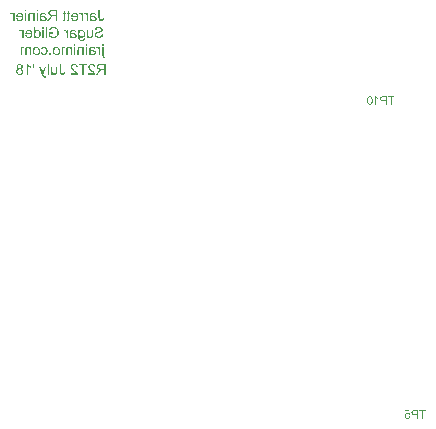
<source format=gbo>
%FSLAX33Y33*%
%MOMM*%
%LNbottom silkscreen_traces*%
%LNbottom silkscreen component 0ee08989bcddf7ff*%
G36*
G01*
X34616Y30096D02*
X34616Y30727D01*
X34852Y30727D01*
X34852Y30812D01*
X34284Y30812D01*
X34284Y30727D01*
X34521Y30727D01*
X34521Y30096D01*
X34616Y30096D01*
X34616Y30096D01*
X34187Y30096D02*
X34187Y30812D01*
X33917Y30812D01*
X33883Y30811D01*
X33854Y30810D01*
X33829Y30808D01*
X33808Y30805D01*
X33783Y30799D01*
X33760Y30792D01*
X33739Y30783D01*
X33720Y30771D01*
X33703Y30758D01*
X33688Y30742D01*
X33674Y30723D01*
X33662Y30702D01*
X33653Y30679D01*
X33646Y30656D01*
X33642Y30631D01*
X33641Y30605D01*
X33644Y30561D01*
X33655Y30520D01*
X33673Y30483D01*
X33699Y30450D01*
X33734Y30422D01*
X33780Y30403D01*
X33839Y30391D01*
X33860Y30389D01*
X33865Y30473D01*
X33829Y30480D01*
X33799Y30490D01*
X33777Y30505D01*
X33760Y30524D01*
X33748Y30547D01*
X33741Y30572D01*
X33738Y30602D01*
X33740Y30623D01*
X33744Y30643D01*
X33751Y30662D01*
X33761Y30678D01*
X33773Y30693D01*
X33787Y30705D01*
X33803Y30714D01*
X33821Y30721D01*
X33835Y30723D01*
X33855Y30725D01*
X33880Y30727D01*
X33909Y30727D01*
X34092Y30727D01*
X34092Y30471D01*
X34092Y30471D01*
X33907Y30471D01*
X33865Y30473D01*
X33860Y30389D01*
X33909Y30387D01*
X34092Y30387D01*
X34092Y30096D01*
X34187Y30096D01*
X34187Y30096D01*
X33225Y30096D02*
X33313Y30096D01*
X33313Y30656D01*
X33330Y30641D01*
X33349Y30625D01*
X33371Y30610D01*
X33396Y30595D01*
X33421Y30581D01*
X33445Y30569D01*
X33467Y30558D01*
X33488Y30550D01*
X33488Y30635D01*
X33453Y30653D01*
X33419Y30673D01*
X33388Y30695D01*
X33359Y30719D01*
X33334Y30743D01*
X33312Y30767D01*
X33295Y30791D01*
X33281Y30814D01*
X33225Y30814D01*
X33225Y30096D01*
X33225Y30096D01*
X33000Y30449D02*
X32998Y30509D01*
X32993Y30563D01*
X32985Y30611D01*
X32973Y30653D01*
X32959Y30690D01*
X32941Y30722D01*
X32920Y30749D01*
X32896Y30772D01*
X32868Y30791D01*
X32838Y30804D01*
X32804Y30812D01*
X32766Y30814D01*
X32738Y30813D01*
X32712Y30809D01*
X32688Y30801D01*
X32665Y30791D01*
X32644Y30778D01*
X32625Y30763D01*
X32608Y30745D01*
X32593Y30724D01*
X32580Y30701D01*
X32568Y30676D01*
X32558Y30648D01*
X32549Y30618D01*
X32542Y30584D01*
X32537Y30544D01*
X32534Y30499D01*
X32533Y30449D01*
X32534Y30389D01*
X32539Y30335D01*
X32547Y30287D01*
X32559Y30245D01*
X32573Y30209D01*
X32591Y30177D01*
X32612Y30149D01*
X32636Y30126D01*
X32663Y30107D01*
X32694Y30094D01*
X32728Y30086D01*
X32766Y30084D01*
X32773Y30084D01*
X32766Y30156D01*
X32737Y30159D01*
X32710Y30170D01*
X32686Y30189D01*
X32664Y30214D01*
X32646Y30251D01*
X32633Y30302D01*
X32626Y30368D01*
X32623Y30449D01*
X32626Y30530D01*
X32633Y30596D01*
X32646Y30647D01*
X32664Y30684D01*
X32686Y30709D01*
X32711Y30727D01*
X32738Y30738D01*
X32767Y30742D01*
X32796Y30739D01*
X32822Y30729D01*
X32844Y30713D01*
X32864Y30690D01*
X32884Y30651D01*
X32898Y30597D01*
X32906Y30530D01*
X32909Y30449D01*
X32909Y30449D01*
X32907Y30368D01*
X32899Y30302D01*
X32886Y30251D01*
X32868Y30214D01*
X32846Y30189D01*
X32822Y30170D01*
X32795Y30159D01*
X32766Y30156D01*
X32773Y30084D01*
X32815Y30088D01*
X32859Y30102D01*
X32896Y30125D01*
X32929Y30158D01*
X32960Y30209D01*
X32982Y30275D01*
X32995Y30355D01*
X33000Y30449D01*
X33000Y30449D01*
G37*
%LNbottom silkscreen component c8d90169438ddb06*%
G36*
X37266Y3510D02*
X37266Y4142D01*
X37502Y4142D01*
X37502Y4226D01*
X36934Y4226D01*
X36934Y4142D01*
X37171Y4142D01*
X37171Y3510D01*
X37266Y3510D01*
X37266Y3510D01*
X36837Y3510D02*
X36837Y4226D01*
X36567Y4226D01*
X36533Y4226D01*
X36504Y4224D01*
X36479Y4222D01*
X36458Y4219D01*
X36433Y4214D01*
X36410Y4207D01*
X36389Y4197D01*
X36370Y4186D01*
X36353Y4172D01*
X36338Y4156D01*
X36324Y4138D01*
X36312Y4117D01*
X36303Y4094D01*
X36296Y4070D01*
X36292Y4045D01*
X36291Y4019D01*
X36294Y3975D01*
X36305Y3935D01*
X36323Y3898D01*
X36349Y3865D01*
X36384Y3837D01*
X36430Y3817D01*
X36489Y3805D01*
X36510Y3804D01*
X36515Y3888D01*
X36479Y3894D01*
X36449Y3905D01*
X36427Y3920D01*
X36410Y3939D01*
X36398Y3961D01*
X36391Y3987D01*
X36388Y4016D01*
X36390Y4038D01*
X36394Y4058D01*
X36401Y4076D01*
X36411Y4093D01*
X36423Y4108D01*
X36437Y4120D01*
X36453Y4129D01*
X36471Y4135D01*
X36485Y4138D01*
X36505Y4140D01*
X36530Y4141D01*
X36559Y4142D01*
X36742Y4142D01*
X36742Y3886D01*
X36742Y3886D01*
X36557Y3886D01*
X36515Y3888D01*
X36510Y3804D01*
X36559Y3801D01*
X36742Y3801D01*
X36742Y3510D01*
X36837Y3510D01*
X36837Y3510D01*
X36206Y3698D02*
X36113Y3706D01*
X36107Y3674D01*
X36096Y3647D01*
X36083Y3623D01*
X36066Y3604D01*
X36046Y3590D01*
X36025Y3579D01*
X36001Y3573D01*
X35976Y3570D01*
X35945Y3573D01*
X35917Y3582D01*
X35891Y3597D01*
X35868Y3618D01*
X35849Y3644D01*
X35835Y3674D01*
X35827Y3708D01*
X35824Y3745D01*
X35827Y3781D01*
X35835Y3812D01*
X35848Y3840D01*
X35867Y3864D01*
X35889Y3883D01*
X35915Y3896D01*
X35945Y3905D01*
X35977Y3907D01*
X35998Y3906D01*
X36018Y3903D01*
X36036Y3896D01*
X36054Y3888D01*
X36070Y3878D01*
X36084Y3866D01*
X36097Y3853D01*
X36108Y3838D01*
X36190Y3849D01*
X36121Y4216D01*
X35765Y4216D01*
X35765Y4132D01*
X36050Y4132D01*
X36089Y3940D01*
X36056Y3960D01*
X36023Y3974D01*
X35989Y3982D01*
X35954Y3985D01*
X35909Y3981D01*
X35867Y3969D01*
X35830Y3948D01*
X35796Y3920D01*
X35767Y3885D01*
X35747Y3846D01*
X35735Y3802D01*
X35731Y3753D01*
X35735Y3706D01*
X35745Y3662D01*
X35763Y3622D01*
X35788Y3585D01*
X35825Y3547D01*
X35869Y3520D01*
X35919Y3504D01*
X35976Y3498D01*
X36022Y3502D01*
X36064Y3512D01*
X36102Y3529D01*
X36135Y3553D01*
X36163Y3582D01*
X36184Y3616D01*
X36198Y3655D01*
X36206Y3698D01*
X36206Y3698D01*
G37*
%LNtext*%
G36*
X10385Y32640D02*
X10385Y33549D01*
X9982Y33549D01*
X9925Y33548D01*
X9875Y33543D01*
X9833Y33535D01*
X9797Y33525D01*
X9767Y33510D01*
X9740Y33491D01*
X9717Y33467D01*
X9696Y33438D01*
X9680Y33406D01*
X9668Y33373D01*
X9661Y33338D01*
X9658Y33301D01*
X9662Y33255D01*
X9674Y33212D01*
X9694Y33173D01*
X9721Y33138D01*
X9757Y33108D01*
X9801Y33084D01*
X9853Y33066D01*
X9884Y33060D01*
X9903Y33157D01*
X9877Y33165D01*
X9855Y33175D01*
X9836Y33187D01*
X9820Y33202D01*
X9807Y33219D01*
X9796Y33239D01*
X9788Y33259D01*
X9784Y33279D01*
X9782Y33301D01*
X9785Y33332D01*
X9794Y33360D01*
X9809Y33385D01*
X9829Y33407D01*
X9856Y33425D01*
X9890Y33438D01*
X9930Y33446D01*
X9977Y33449D01*
X10265Y33449D01*
X10265Y33148D01*
X10265Y33148D01*
X10006Y33148D01*
X9967Y33149D01*
X9933Y33152D01*
X9903Y33157D01*
X9884Y33060D01*
X9914Y33054D01*
X9892Y33042D01*
X9872Y33031D01*
X9856Y33020D01*
X9842Y33008D01*
X9816Y32983D01*
X9791Y32954D01*
X9766Y32922D01*
X9742Y32887D01*
X9584Y32640D01*
X9735Y32640D01*
X9856Y32829D01*
X9881Y32868D01*
X9904Y32901D01*
X9924Y32930D01*
X9942Y32954D01*
X9959Y32974D01*
X9975Y32991D01*
X9990Y33005D01*
X10003Y33015D01*
X10017Y33023D01*
X10031Y33030D01*
X10044Y33035D01*
X10058Y33039D01*
X10070Y33041D01*
X10085Y33043D01*
X10104Y33043D01*
X10125Y33044D01*
X10265Y33044D01*
X10265Y32640D01*
X10385Y32640D01*
X10385Y32640D01*
X8928Y32747D02*
X8928Y32640D01*
X9529Y32640D01*
X9529Y32660D01*
X9527Y32680D01*
X9523Y32699D01*
X9516Y32718D01*
X9503Y32748D01*
X9487Y32778D01*
X9466Y32809D01*
X9443Y32838D01*
X9415Y32869D01*
X9381Y32903D01*
X9342Y32938D01*
X9297Y32976D01*
X9229Y33034D01*
X9173Y33085D01*
X9129Y33130D01*
X9097Y33169D01*
X9074Y33204D01*
X9057Y33238D01*
X9048Y33271D01*
X9044Y33303D01*
X9047Y33335D01*
X9056Y33364D01*
X9071Y33391D01*
X9092Y33415D01*
X9117Y33435D01*
X9147Y33449D01*
X9179Y33458D01*
X9216Y33460D01*
X9254Y33457D01*
X9288Y33448D01*
X9318Y33433D01*
X9345Y33412D01*
X9366Y33386D01*
X9381Y33354D01*
X9390Y33319D01*
X9394Y33278D01*
X9508Y33290D01*
X9498Y33350D01*
X9480Y33403D01*
X9454Y33448D01*
X9420Y33486D01*
X9378Y33515D01*
X9330Y33536D01*
X9275Y33549D01*
X9213Y33553D01*
X9151Y33548D01*
X9096Y33535D01*
X9048Y33512D01*
X9006Y33480D01*
X8973Y33442D01*
X8949Y33399D01*
X8935Y33352D01*
X8930Y33300D01*
X8931Y33273D01*
X8935Y33246D01*
X8942Y33220D01*
X8952Y33193D01*
X8965Y33166D01*
X8982Y33139D01*
X9002Y33111D01*
X9026Y33082D01*
X9056Y33050D01*
X9095Y33013D01*
X9142Y32970D01*
X9198Y32922D01*
X9244Y32883D01*
X9281Y32851D01*
X9308Y32826D01*
X9327Y32808D01*
X9341Y32793D01*
X9353Y32778D01*
X9364Y32762D01*
X9374Y32747D01*
X8928Y32747D01*
X8928Y32747D01*
X8532Y32640D02*
X8532Y33442D01*
X8832Y33442D01*
X8832Y33549D01*
X8111Y33549D01*
X8111Y33442D01*
X8412Y33442D01*
X8412Y32640D01*
X8532Y32640D01*
X8532Y32640D01*
X7446Y32747D02*
X7446Y32640D01*
X8047Y32640D01*
X8047Y32660D01*
X8045Y32680D01*
X8040Y32699D01*
X8034Y32718D01*
X8021Y32748D01*
X8004Y32778D01*
X7984Y32809D01*
X7961Y32838D01*
X7933Y32869D01*
X7899Y32903D01*
X7860Y32938D01*
X7815Y32976D01*
X7747Y33034D01*
X7691Y33085D01*
X7647Y33130D01*
X7614Y33169D01*
X7592Y33204D01*
X7575Y33238D01*
X7566Y33271D01*
X7562Y33303D01*
X7565Y33335D01*
X7574Y33364D01*
X7589Y33391D01*
X7610Y33415D01*
X7635Y33435D01*
X7664Y33449D01*
X7697Y33458D01*
X7734Y33460D01*
X7772Y33457D01*
X7806Y33448D01*
X7836Y33433D01*
X7863Y33412D01*
X7884Y33386D01*
X7899Y33354D01*
X7908Y33319D01*
X7912Y33278D01*
X8026Y33290D01*
X8016Y33350D01*
X7998Y33403D01*
X7972Y33448D01*
X7938Y33486D01*
X7896Y33515D01*
X7847Y33536D01*
X7793Y33549D01*
X7731Y33553D01*
X7669Y33548D01*
X7614Y33535D01*
X7566Y33512D01*
X7524Y33480D01*
X7491Y33442D01*
X7467Y33399D01*
X7452Y33352D01*
X7448Y33300D01*
X7449Y33273D01*
X7453Y33246D01*
X7460Y33220D01*
X7470Y33193D01*
X7483Y33166D01*
X7500Y33139D01*
X7520Y33111D01*
X7544Y33082D01*
X7574Y33050D01*
X7613Y33013D01*
X7660Y32970D01*
X7716Y32922D01*
X7762Y32883D01*
X7799Y32851D01*
X7826Y32826D01*
X7845Y32808D01*
X7859Y32793D01*
X7871Y32778D01*
X7882Y32762D01*
X7892Y32747D01*
X7446Y32747D01*
X7446Y32747D01*
X6990Y32898D02*
X6882Y32913D01*
X6877Y32865D01*
X6870Y32825D01*
X6858Y32794D01*
X6842Y32770D01*
X6823Y32753D01*
X6801Y32741D01*
X6775Y32734D01*
X6746Y32732D01*
X6724Y32733D01*
X6704Y32737D01*
X6685Y32743D01*
X6668Y32753D01*
X6653Y32764D01*
X6640Y32777D01*
X6630Y32792D01*
X6623Y32809D01*
X6617Y32829D01*
X6614Y32855D01*
X6611Y32886D01*
X6611Y32923D01*
X6611Y33549D01*
X6490Y33549D01*
X6490Y32930D01*
X6492Y32876D01*
X6497Y32828D01*
X6506Y32787D01*
X6518Y32753D01*
X6534Y32723D01*
X6553Y32698D01*
X6577Y32676D01*
X6605Y32657D01*
X6636Y32643D01*
X6670Y32633D01*
X6707Y32627D01*
X6746Y32624D01*
X6802Y32629D01*
X6851Y32642D01*
X6894Y32663D01*
X6929Y32693D01*
X6957Y32732D01*
X6976Y32779D01*
X6987Y32834D01*
X6990Y32898D01*
X6990Y32898D01*
X5876Y32640D02*
X5876Y32737D01*
X5918Y32688D01*
X5967Y32653D01*
X6023Y32632D01*
X6085Y32625D01*
X6114Y32627D01*
X6142Y32631D01*
X6168Y32638D01*
X6194Y32647D01*
X6218Y32659D01*
X6238Y32673D01*
X6255Y32687D01*
X6269Y32704D01*
X6280Y32721D01*
X6290Y32741D01*
X6298Y32763D01*
X6304Y32786D01*
X6307Y32805D01*
X6309Y32829D01*
X6310Y32857D01*
X6310Y32891D01*
X6310Y33299D01*
X6199Y33299D01*
X6199Y32933D01*
X6198Y32893D01*
X6197Y32860D01*
X6195Y32834D01*
X6192Y32815D01*
X6185Y32795D01*
X6175Y32776D01*
X6163Y32760D01*
X6147Y32746D01*
X6129Y32735D01*
X6109Y32728D01*
X6087Y32723D01*
X6063Y32721D01*
X6038Y32723D01*
X6014Y32728D01*
X5991Y32736D01*
X5969Y32747D01*
X5948Y32761D01*
X5931Y32777D01*
X5917Y32796D01*
X5906Y32817D01*
X5898Y32842D01*
X5893Y32871D01*
X5889Y32906D01*
X5888Y32946D01*
X5888Y33299D01*
X5776Y33299D01*
X5776Y32640D01*
X5876Y32640D01*
X5876Y32640D01*
X5604Y32640D02*
X5604Y33549D01*
X5492Y33549D01*
X5492Y32640D01*
X5604Y32640D01*
X5604Y32640D01*
X5324Y32386D02*
X5337Y32491D01*
X5319Y32487D01*
X5303Y32484D01*
X5287Y32482D01*
X5273Y32481D01*
X5255Y32482D01*
X5239Y32484D01*
X5225Y32488D01*
X5213Y32494D01*
X5203Y32500D01*
X5193Y32509D01*
X5184Y32518D01*
X5177Y32528D01*
X5171Y32540D01*
X5163Y32558D01*
X5154Y32581D01*
X5143Y32611D01*
X5141Y32617D01*
X5139Y32623D01*
X5136Y32630D01*
X5133Y32639D01*
X5383Y33299D01*
X5262Y33299D01*
X5125Y32917D01*
X5112Y32880D01*
X5100Y32843D01*
X5088Y32804D01*
X5078Y32765D01*
X5067Y32803D01*
X5056Y32841D01*
X5045Y32878D01*
X5032Y32915D01*
X4891Y33299D01*
X4779Y33299D01*
X5030Y32629D01*
X5049Y32579D01*
X5066Y32537D01*
X5080Y32504D01*
X5092Y32479D01*
X5108Y32454D01*
X5124Y32432D01*
X5142Y32413D01*
X5161Y32398D01*
X5181Y32387D01*
X5203Y32379D01*
X5227Y32374D01*
X5252Y32373D01*
X5269Y32374D01*
X5287Y32376D01*
X5305Y32380D01*
X5324Y32386D01*
X5324Y32386D01*
X4331Y33227D02*
X4359Y33397D01*
X4359Y33549D01*
X4232Y33549D01*
X4232Y33397D01*
X4262Y33227D01*
X4331Y33227D01*
X4331Y33227D01*
X3700Y32640D02*
X3811Y32640D01*
X3811Y33351D01*
X3833Y33332D01*
X3858Y33313D01*
X3886Y33294D01*
X3917Y33274D01*
X3949Y33256D01*
X3979Y33241D01*
X4008Y33228D01*
X4035Y33217D01*
X4035Y33325D01*
X3989Y33348D01*
X3947Y33373D01*
X3907Y33401D01*
X3871Y33431D01*
X3838Y33462D01*
X3811Y33493D01*
X3789Y33523D01*
X3772Y33553D01*
X3700Y33553D01*
X3700Y32640D01*
X3700Y32640D01*
X3242Y33133D02*
X3205Y33063D01*
X3221Y33055D01*
X3249Y33033D01*
X3271Y33005D01*
X3287Y32974D01*
X3297Y32940D01*
X3300Y32902D01*
X3300Y32902D01*
X3299Y32879D01*
X3295Y32855D01*
X3288Y32832D01*
X3278Y32810D01*
X3265Y32789D01*
X3250Y32770D01*
X3231Y32754D01*
X3210Y32741D01*
X3188Y32730D01*
X3164Y32722D01*
X3140Y32718D01*
X3114Y32716D01*
X3076Y32719D01*
X3041Y32729D01*
X3010Y32745D01*
X2982Y32768D01*
X2959Y32795D01*
X2943Y32826D01*
X2933Y32861D01*
X2930Y32899D01*
X2933Y32937D01*
X2943Y32972D01*
X2960Y33004D01*
X2984Y33032D01*
X3012Y33055D01*
X3044Y33071D01*
X3079Y33081D01*
X3118Y33085D01*
X3156Y33081D01*
X3190Y33072D01*
X3205Y33063D01*
X3242Y33133D01*
X3200Y33199D01*
X3175Y33186D01*
X3146Y33178D01*
X3115Y33176D01*
X3084Y33178D01*
X3056Y33186D01*
X3031Y33199D01*
X3009Y33216D01*
X2991Y33238D01*
X2978Y33262D01*
X2970Y33288D01*
X2968Y33316D01*
X2971Y33345D01*
X2979Y33372D01*
X2992Y33397D01*
X3010Y33419D01*
X3033Y33437D01*
X3058Y33451D01*
X3086Y33458D01*
X3116Y33461D01*
X3147Y33458D01*
X3175Y33451D01*
X3200Y33438D01*
X3222Y33420D01*
X3241Y33399D01*
X3254Y33375D01*
X3262Y33350D01*
X3264Y33322D01*
X3264Y33322D01*
X3262Y33291D01*
X3254Y33264D01*
X3241Y33239D01*
X3223Y33217D01*
X3200Y33199D01*
X3242Y33133D01*
X3274Y33147D01*
X3302Y33164D01*
X3326Y33183D01*
X3345Y33206D01*
X3360Y33230D01*
X3370Y33257D01*
X3376Y33287D01*
X3378Y33318D01*
X3374Y33366D01*
X3361Y33410D01*
X3338Y33449D01*
X3307Y33485D01*
X3269Y33515D01*
X3224Y33536D01*
X3174Y33549D01*
X3117Y33553D01*
X3061Y33548D01*
X3010Y33536D01*
X2965Y33514D01*
X2926Y33484D01*
X2894Y33447D01*
X2871Y33407D01*
X2858Y33363D01*
X2853Y33315D01*
X2855Y33285D01*
X2861Y33256D01*
X2872Y33230D01*
X2886Y33205D01*
X2905Y33183D01*
X2928Y33164D01*
X2955Y33147D01*
X2987Y33133D01*
X2948Y33117D01*
X2913Y33097D01*
X2884Y33073D01*
X2860Y33045D01*
X2841Y33013D01*
X2827Y32978D01*
X2819Y32941D01*
X2816Y32900D01*
X2821Y32844D01*
X2837Y32793D01*
X2862Y32746D01*
X2898Y32704D01*
X2943Y32669D01*
X2994Y32644D01*
X3051Y32629D01*
X3115Y32624D01*
X3180Y32629D01*
X3237Y32644D01*
X3288Y32669D01*
X3333Y32704D01*
X3369Y32746D01*
X3394Y32794D01*
X3410Y32846D01*
X3415Y32903D01*
X3412Y32945D01*
X3404Y32984D01*
X3390Y33020D01*
X3370Y33051D01*
X3345Y33079D01*
X3316Y33102D01*
X3281Y33120D01*
X3242Y33133D01*
X3242Y33133D01*
X10288Y37458D02*
X10180Y37473D01*
X10176Y37425D01*
X10168Y37385D01*
X10156Y37354D01*
X10141Y37330D01*
X10122Y37313D01*
X10099Y37301D01*
X10074Y37294D01*
X10045Y37292D01*
X10023Y37293D01*
X10003Y37297D01*
X9984Y37303D01*
X9967Y37313D01*
X9951Y37324D01*
X9939Y37337D01*
X9929Y37352D01*
X9921Y37369D01*
X9916Y37389D01*
X9912Y37415D01*
X9910Y37446D01*
X9909Y37483D01*
X9909Y38109D01*
X9789Y38109D01*
X9789Y37490D01*
X9790Y37436D01*
X9795Y37388D01*
X9804Y37347D01*
X9816Y37313D01*
X9832Y37283D01*
X9852Y37258D01*
X9876Y37236D01*
X9904Y37217D01*
X9935Y37203D01*
X9969Y37193D01*
X10005Y37187D01*
X10044Y37184D01*
X10100Y37189D01*
X10150Y37202D01*
X10192Y37223D01*
X10227Y37253D01*
X10255Y37292D01*
X10274Y37339D01*
X10286Y37394D01*
X10288Y37458D01*
X10288Y37458D01*
X9177Y37281D02*
X9207Y37257D01*
X9212Y37254D01*
X9254Y37316D01*
X9234Y37334D01*
X9217Y37355D01*
X9204Y37378D01*
X9196Y37399D01*
X9190Y37425D01*
X9187Y37455D01*
X9186Y37490D01*
X9186Y37531D01*
X9186Y37531D01*
X9220Y37519D01*
X9262Y37508D01*
X9311Y37498D01*
X9368Y37488D01*
X9400Y37483D01*
X9427Y37478D01*
X9449Y37472D01*
X9465Y37466D01*
X9479Y37459D01*
X9491Y37451D01*
X9501Y37441D01*
X9510Y37430D01*
X9516Y37417D01*
X9521Y37405D01*
X9524Y37391D01*
X9525Y37377D01*
X9523Y37355D01*
X9517Y37336D01*
X9506Y37318D01*
X9491Y37302D01*
X9472Y37289D01*
X9450Y37280D01*
X9423Y37274D01*
X9392Y37273D01*
X9361Y37274D01*
X9331Y37280D01*
X9304Y37288D01*
X9278Y37301D01*
X9254Y37316D01*
X9212Y37254D01*
X9237Y37236D01*
X9267Y37220D01*
X9296Y37207D01*
X9325Y37197D01*
X9355Y37191D01*
X9387Y37186D01*
X9419Y37185D01*
X9470Y37188D01*
X9515Y37198D01*
X9553Y37215D01*
X9586Y37238D01*
X9611Y37266D01*
X9629Y37299D01*
X9640Y37334D01*
X9644Y37374D01*
X9643Y37397D01*
X9639Y37420D01*
X9632Y37441D01*
X9622Y37462D01*
X9610Y37481D01*
X9597Y37498D01*
X9581Y37513D01*
X9564Y37526D01*
X9546Y37538D01*
X9526Y37547D01*
X9506Y37556D01*
X9484Y37563D01*
X9466Y37567D01*
X9443Y37571D01*
X9416Y37575D01*
X9385Y37580D01*
X9322Y37588D01*
X9268Y37597D01*
X9222Y37607D01*
X9186Y37618D01*
X9186Y37628D01*
X9185Y37637D01*
X9185Y37643D01*
X9185Y37647D01*
X9187Y37679D01*
X9193Y37705D01*
X9203Y37727D01*
X9217Y37743D01*
X9241Y37760D01*
X9270Y37772D01*
X9304Y37779D01*
X9344Y37781D01*
X9381Y37779D01*
X9412Y37774D01*
X9439Y37766D01*
X9460Y37753D01*
X9478Y37737D01*
X9493Y37715D01*
X9505Y37688D01*
X9516Y37656D01*
X9625Y37671D01*
X9616Y37704D01*
X9605Y37734D01*
X9592Y37761D01*
X9576Y37784D01*
X9557Y37804D01*
X9534Y37822D01*
X9508Y37837D01*
X9477Y37850D01*
X9444Y37860D01*
X9408Y37868D01*
X9369Y37872D01*
X9328Y37873D01*
X9288Y37872D01*
X9251Y37868D01*
X9219Y37862D01*
X9191Y37854D01*
X9166Y37843D01*
X9145Y37831D01*
X9127Y37818D01*
X9113Y37804D01*
X9102Y37788D01*
X9092Y37770D01*
X9084Y37750D01*
X9079Y37728D01*
X9076Y37711D01*
X9074Y37688D01*
X9073Y37659D01*
X9073Y37625D01*
X9073Y37476D01*
X9072Y37405D01*
X9071Y37349D01*
X9069Y37307D01*
X9066Y37279D01*
X9061Y37259D01*
X9055Y37239D01*
X9047Y37219D01*
X9038Y37200D01*
X9154Y37200D01*
X9162Y37218D01*
X9168Y37238D01*
X9173Y37259D01*
X9177Y37281D01*
X9177Y37281D01*
X8901Y37200D02*
X8901Y37859D01*
X8801Y37859D01*
X8801Y37759D01*
X8782Y37791D01*
X8764Y37817D01*
X8746Y37837D01*
X8730Y37851D01*
X8713Y37861D01*
X8696Y37868D01*
X8677Y37872D01*
X8658Y37873D01*
X8630Y37871D01*
X8601Y37864D01*
X8572Y37853D01*
X8543Y37837D01*
X8582Y37734D01*
X8602Y37745D01*
X8623Y37752D01*
X8643Y37757D01*
X8664Y37758D01*
X8681Y37757D01*
X8698Y37753D01*
X8714Y37746D01*
X8729Y37736D01*
X8743Y37724D01*
X8754Y37710D01*
X8764Y37693D01*
X8771Y37675D01*
X8779Y37645D01*
X8785Y37613D01*
X8788Y37579D01*
X8790Y37545D01*
X8790Y37200D01*
X8901Y37200D01*
X8901Y37200D01*
X8478Y37200D02*
X8478Y37859D01*
X8378Y37859D01*
X8378Y37759D01*
X8359Y37791D01*
X8341Y37817D01*
X8323Y37837D01*
X8307Y37851D01*
X8290Y37861D01*
X8273Y37868D01*
X8254Y37872D01*
X8235Y37873D01*
X8207Y37871D01*
X8178Y37864D01*
X8149Y37853D01*
X8120Y37837D01*
X8159Y37734D01*
X8179Y37745D01*
X8200Y37752D01*
X8220Y37757D01*
X8241Y37758D01*
X8259Y37757D01*
X8275Y37753D01*
X8291Y37746D01*
X8306Y37736D01*
X8320Y37724D01*
X8331Y37710D01*
X8341Y37693D01*
X8348Y37675D01*
X8356Y37645D01*
X8362Y37613D01*
X8365Y37579D01*
X8367Y37545D01*
X8367Y37200D01*
X8478Y37200D01*
X8478Y37200D01*
X7603Y37412D02*
X7488Y37398D01*
X7505Y37350D01*
X7527Y37308D01*
X7555Y37272D01*
X7589Y37241D01*
X7628Y37217D01*
X7673Y37199D01*
X7723Y37189D01*
X7778Y37185D01*
X7846Y37191D01*
X7907Y37207D01*
X7961Y37235D01*
X8007Y37274D01*
X8044Y37323D01*
X8070Y37381D01*
X8086Y37448D01*
X8091Y37524D01*
X8086Y37602D01*
X8070Y37671D01*
X8043Y37731D01*
X8006Y37782D01*
X7960Y37822D01*
X7907Y37851D01*
X7849Y37868D01*
X7784Y37873D01*
X7774Y37873D01*
X7783Y37782D01*
X7819Y37778D01*
X7853Y37769D01*
X7884Y37753D01*
X7912Y37730D01*
X7935Y37702D01*
X7953Y37670D01*
X7964Y37633D01*
X7970Y37593D01*
X7970Y37593D01*
X7602Y37593D01*
X7607Y37631D01*
X7616Y37665D01*
X7629Y37694D01*
X7644Y37717D01*
X7673Y37745D01*
X7705Y37766D01*
X7742Y37778D01*
X7783Y37782D01*
X7774Y37873D01*
X7721Y37868D01*
X7664Y37851D01*
X7613Y37823D01*
X7568Y37784D01*
X7531Y37734D01*
X7505Y37675D01*
X7489Y37607D01*
X7484Y37531D01*
X7484Y37525D01*
X7484Y37518D01*
X7485Y37510D01*
X7485Y37501D01*
X7976Y37501D01*
X7970Y37450D01*
X7958Y37405D01*
X7939Y37367D01*
X7915Y37335D01*
X7885Y37309D01*
X7853Y37291D01*
X7816Y37280D01*
X7777Y37277D01*
X7747Y37279D01*
X7720Y37285D01*
X7695Y37295D01*
X7672Y37309D01*
X7652Y37328D01*
X7633Y37351D01*
X7617Y37379D01*
X7603Y37412D01*
X7603Y37412D01*
X7104Y37300D02*
X7088Y37201D01*
X7111Y37197D01*
X7133Y37194D01*
X7153Y37192D01*
X7172Y37191D01*
X7201Y37193D01*
X7226Y37196D01*
X7248Y37202D01*
X7267Y37211D01*
X7282Y37221D01*
X7295Y37233D01*
X7306Y37246D01*
X7314Y37261D01*
X7320Y37281D01*
X7324Y37310D01*
X7326Y37347D01*
X7327Y37393D01*
X7327Y37772D01*
X7409Y37772D01*
X7409Y37859D01*
X7327Y37859D01*
X7327Y38022D01*
X7216Y38089D01*
X7216Y37859D01*
X7104Y37859D01*
X7104Y37772D01*
X7216Y37772D01*
X7216Y37387D01*
X7216Y37365D01*
X7215Y37347D01*
X7213Y37334D01*
X7210Y37325D01*
X7207Y37319D01*
X7203Y37313D01*
X7197Y37308D01*
X7191Y37304D01*
X7184Y37300D01*
X7175Y37298D01*
X7165Y37296D01*
X7153Y37295D01*
X7143Y37296D01*
X7132Y37297D01*
X7119Y37298D01*
X7104Y37300D01*
X7104Y37300D01*
X6751Y37300D02*
X6735Y37201D01*
X6758Y37197D01*
X6780Y37194D01*
X6800Y37192D01*
X6819Y37191D01*
X6848Y37193D01*
X6873Y37196D01*
X6895Y37202D01*
X6914Y37211D01*
X6929Y37221D01*
X6942Y37233D01*
X6953Y37246D01*
X6961Y37261D01*
X6967Y37281D01*
X6971Y37310D01*
X6974Y37347D01*
X6975Y37393D01*
X6975Y37772D01*
X7056Y37772D01*
X7056Y37859D01*
X6975Y37859D01*
X6975Y38022D01*
X6863Y38089D01*
X6863Y37859D01*
X6751Y37859D01*
X6751Y37772D01*
X6863Y37772D01*
X6863Y37387D01*
X6863Y37365D01*
X6862Y37347D01*
X6860Y37334D01*
X6858Y37325D01*
X6854Y37319D01*
X6850Y37313D01*
X6845Y37308D01*
X6838Y37304D01*
X6831Y37300D01*
X6822Y37298D01*
X6812Y37296D01*
X6800Y37295D01*
X6790Y37296D01*
X6779Y37297D01*
X6766Y37298D01*
X6751Y37300D01*
X6751Y37300D01*
X6273Y37200D02*
X6273Y38109D01*
X5870Y38109D01*
X5813Y38108D01*
X5763Y38103D01*
X5721Y38095D01*
X5685Y38085D01*
X5655Y38070D01*
X5628Y38051D01*
X5605Y38027D01*
X5584Y37998D01*
X5568Y37966D01*
X5556Y37933D01*
X5549Y37898D01*
X5546Y37861D01*
X5550Y37815D01*
X5562Y37772D01*
X5582Y37733D01*
X5609Y37698D01*
X5645Y37668D01*
X5689Y37644D01*
X5741Y37626D01*
X5772Y37620D01*
X5791Y37717D01*
X5765Y37725D01*
X5743Y37735D01*
X5724Y37747D01*
X5708Y37762D01*
X5695Y37779D01*
X5684Y37799D01*
X5676Y37819D01*
X5672Y37839D01*
X5670Y37861D01*
X5673Y37892D01*
X5682Y37920D01*
X5697Y37945D01*
X5717Y37967D01*
X5744Y37985D01*
X5778Y37998D01*
X5818Y38006D01*
X5865Y38009D01*
X6153Y38009D01*
X6153Y37708D01*
X6153Y37708D01*
X5894Y37708D01*
X5855Y37709D01*
X5821Y37712D01*
X5791Y37717D01*
X5772Y37620D01*
X5802Y37614D01*
X5780Y37602D01*
X5760Y37591D01*
X5744Y37580D01*
X5730Y37568D01*
X5704Y37543D01*
X5679Y37514D01*
X5654Y37482D01*
X5630Y37447D01*
X5472Y37200D01*
X5623Y37200D01*
X5744Y37389D01*
X5769Y37428D01*
X5792Y37461D01*
X5812Y37490D01*
X5830Y37514D01*
X5847Y37534D01*
X5863Y37551D01*
X5878Y37565D01*
X5891Y37575D01*
X5905Y37583D01*
X5919Y37590D01*
X5932Y37595D01*
X5946Y37599D01*
X5958Y37601D01*
X5973Y37603D01*
X5992Y37603D01*
X6013Y37604D01*
X6153Y37604D01*
X6153Y37200D01*
X6273Y37200D01*
X6273Y37200D01*
X4942Y37281D02*
X4973Y37257D01*
X4978Y37254D01*
X5020Y37316D01*
X5000Y37334D01*
X4983Y37355D01*
X4970Y37378D01*
X4962Y37399D01*
X4956Y37425D01*
X4953Y37455D01*
X4952Y37490D01*
X4952Y37531D01*
X4952Y37531D01*
X4986Y37519D01*
X5028Y37508D01*
X5077Y37498D01*
X5134Y37488D01*
X5166Y37483D01*
X5193Y37478D01*
X5215Y37472D01*
X5231Y37466D01*
X5245Y37459D01*
X5257Y37451D01*
X5267Y37441D01*
X5275Y37430D01*
X5282Y37417D01*
X5287Y37405D01*
X5290Y37391D01*
X5291Y37377D01*
X5289Y37355D01*
X5282Y37336D01*
X5272Y37318D01*
X5257Y37302D01*
X5238Y37289D01*
X5215Y37280D01*
X5189Y37274D01*
X5158Y37273D01*
X5127Y37274D01*
X5097Y37280D01*
X5069Y37288D01*
X5043Y37301D01*
X5020Y37316D01*
X4978Y37254D01*
X5003Y37236D01*
X5033Y37220D01*
X5062Y37207D01*
X5091Y37197D01*
X5121Y37191D01*
X5153Y37186D01*
X5185Y37185D01*
X5236Y37188D01*
X5281Y37198D01*
X5319Y37215D01*
X5352Y37238D01*
X5377Y37266D01*
X5395Y37299D01*
X5406Y37334D01*
X5410Y37374D01*
X5409Y37397D01*
X5404Y37420D01*
X5398Y37441D01*
X5388Y37462D01*
X5376Y37481D01*
X5363Y37498D01*
X5347Y37513D01*
X5330Y37526D01*
X5312Y37538D01*
X5292Y37547D01*
X5272Y37556D01*
X5250Y37563D01*
X5231Y37567D01*
X5209Y37571D01*
X5182Y37575D01*
X5151Y37580D01*
X5088Y37588D01*
X5033Y37597D01*
X4988Y37607D01*
X4952Y37618D01*
X4951Y37628D01*
X4951Y37637D01*
X4951Y37643D01*
X4951Y37647D01*
X4953Y37679D01*
X4959Y37705D01*
X4969Y37727D01*
X4983Y37743D01*
X5007Y37760D01*
X5036Y37772D01*
X5070Y37779D01*
X5110Y37781D01*
X5147Y37779D01*
X5178Y37774D01*
X5205Y37766D01*
X5226Y37753D01*
X5244Y37737D01*
X5259Y37715D01*
X5271Y37688D01*
X5282Y37656D01*
X5391Y37671D01*
X5382Y37704D01*
X5371Y37734D01*
X5358Y37761D01*
X5342Y37784D01*
X5323Y37804D01*
X5300Y37822D01*
X5273Y37837D01*
X5243Y37850D01*
X5210Y37860D01*
X5174Y37868D01*
X5135Y37872D01*
X5094Y37873D01*
X5054Y37872D01*
X5017Y37868D01*
X4985Y37862D01*
X4957Y37854D01*
X4932Y37843D01*
X4911Y37831D01*
X4893Y37818D01*
X4879Y37804D01*
X4868Y37788D01*
X4858Y37770D01*
X4850Y37750D01*
X4844Y37728D01*
X4842Y37711D01*
X4840Y37688D01*
X4839Y37659D01*
X4839Y37625D01*
X4839Y37476D01*
X4838Y37405D01*
X4837Y37349D01*
X4835Y37307D01*
X4832Y37279D01*
X4827Y37259D01*
X4821Y37239D01*
X4813Y37219D01*
X4803Y37200D01*
X4920Y37200D01*
X4928Y37218D01*
X4934Y37238D01*
X4939Y37259D01*
X4942Y37281D01*
X4942Y37281D01*
X4665Y37200D02*
X4665Y37859D01*
X4554Y37859D01*
X4554Y37200D01*
X4665Y37200D01*
X4665Y37200D01*
X4665Y37981D02*
X4665Y38109D01*
X4554Y38109D01*
X4554Y37981D01*
X4665Y37981D01*
X4665Y37981D01*
X4384Y37200D02*
X4384Y37859D01*
X4283Y37859D01*
X4283Y37765D01*
X4243Y37812D01*
X4195Y37846D01*
X4138Y37867D01*
X4074Y37873D01*
X4044Y37872D01*
X4016Y37868D01*
X3990Y37861D01*
X3964Y37852D01*
X3941Y37841D01*
X3921Y37827D01*
X3903Y37812D01*
X3889Y37796D01*
X3878Y37778D01*
X3868Y37758D01*
X3861Y37737D01*
X3855Y37713D01*
X3852Y37695D01*
X3850Y37671D01*
X3849Y37641D01*
X3849Y37605D01*
X3849Y37200D01*
X3960Y37200D01*
X3960Y37601D01*
X3961Y37633D01*
X3963Y37660D01*
X3967Y37684D01*
X3973Y37703D01*
X3981Y37719D01*
X3991Y37733D01*
X4004Y37746D01*
X4019Y37757D01*
X4037Y37765D01*
X4055Y37772D01*
X4076Y37775D01*
X4097Y37777D01*
X4132Y37774D01*
X4164Y37765D01*
X4193Y37751D01*
X4220Y37731D01*
X4243Y37704D01*
X4259Y37666D01*
X4269Y37618D01*
X4272Y37560D01*
X4272Y37200D01*
X4384Y37200D01*
X4384Y37200D01*
X3677Y37200D02*
X3677Y37859D01*
X3565Y37859D01*
X3565Y37200D01*
X3677Y37200D01*
X3677Y37200D01*
X3677Y37981D02*
X3677Y38109D01*
X3565Y38109D01*
X3565Y37981D01*
X3677Y37981D01*
X3677Y37981D01*
X2944Y37412D02*
X2829Y37398D01*
X2846Y37350D01*
X2868Y37308D01*
X2896Y37272D01*
X2930Y37241D01*
X2970Y37217D01*
X3014Y37199D01*
X3064Y37189D01*
X3119Y37185D01*
X3187Y37191D01*
X3248Y37207D01*
X3302Y37235D01*
X3348Y37274D01*
X3385Y37323D01*
X3411Y37381D01*
X3427Y37448D01*
X3432Y37524D01*
X3427Y37602D01*
X3411Y37671D01*
X3384Y37731D01*
X3347Y37782D01*
X3301Y37822D01*
X3249Y37851D01*
X3190Y37868D01*
X3125Y37873D01*
X3116Y37873D01*
X3124Y37782D01*
X3161Y37778D01*
X3194Y37769D01*
X3225Y37753D01*
X3253Y37730D01*
X3276Y37702D01*
X3294Y37670D01*
X3305Y37633D01*
X3311Y37593D01*
X3311Y37593D01*
X2943Y37593D01*
X2949Y37631D01*
X2957Y37665D01*
X2970Y37694D01*
X2985Y37717D01*
X3014Y37745D01*
X3047Y37766D01*
X3083Y37778D01*
X3124Y37782D01*
X3116Y37873D01*
X3062Y37868D01*
X3005Y37851D01*
X2954Y37823D01*
X2909Y37784D01*
X2872Y37734D01*
X2846Y37675D01*
X2831Y37607D01*
X2825Y37531D01*
X2825Y37525D01*
X2826Y37518D01*
X2826Y37510D01*
X2826Y37501D01*
X3317Y37501D01*
X3311Y37450D01*
X3299Y37405D01*
X3280Y37367D01*
X3256Y37335D01*
X3226Y37309D01*
X3194Y37291D01*
X3158Y37280D01*
X3118Y37277D01*
X3088Y37279D01*
X3061Y37285D01*
X3036Y37295D01*
X3013Y37309D01*
X2993Y37328D01*
X2974Y37351D01*
X2958Y37379D01*
X2944Y37412D01*
X2944Y37412D01*
X2690Y37200D02*
X2690Y37859D01*
X2590Y37859D01*
X2590Y37759D01*
X2571Y37791D01*
X2553Y37817D01*
X2535Y37837D01*
X2519Y37851D01*
X2502Y37861D01*
X2485Y37868D01*
X2466Y37872D01*
X2447Y37873D01*
X2419Y37871D01*
X2390Y37864D01*
X2361Y37853D01*
X2332Y37837D01*
X2371Y37734D01*
X2391Y37745D01*
X2412Y37752D01*
X2432Y37757D01*
X2453Y37758D01*
X2470Y37757D01*
X2487Y37753D01*
X2503Y37746D01*
X2518Y37736D01*
X2532Y37724D01*
X2543Y37710D01*
X2553Y37693D01*
X2560Y37675D01*
X2568Y37645D01*
X2574Y37613D01*
X2577Y37579D01*
X2579Y37545D01*
X2579Y37200D01*
X2690Y37200D01*
X2690Y37200D01*
X10188Y36052D02*
X10074Y36062D01*
X10069Y36029D01*
X10061Y36000D01*
X10050Y35973D01*
X10037Y35950D01*
X10020Y35929D01*
X9999Y35911D01*
X9974Y35894D01*
X9945Y35879D01*
X9914Y35868D01*
X9880Y35859D01*
X9844Y35854D01*
X9806Y35852D01*
X9773Y35854D01*
X9741Y35858D01*
X9712Y35864D01*
X9684Y35873D01*
X9660Y35884D01*
X9638Y35897D01*
X9621Y35912D01*
X9606Y35929D01*
X9595Y35947D01*
X9587Y35966D01*
X9582Y35986D01*
X9580Y36007D01*
X9582Y36028D01*
X9586Y36047D01*
X9594Y36065D01*
X9605Y36082D01*
X9619Y36097D01*
X9638Y36111D01*
X9660Y36124D01*
X9687Y36135D01*
X9711Y36143D01*
X9746Y36153D01*
X9792Y36165D01*
X9849Y36180D01*
X9907Y36194D01*
X9955Y36209D01*
X9994Y36223D01*
X10024Y36236D01*
X10055Y36254D01*
X10081Y36274D01*
X10103Y36297D01*
X10121Y36321D01*
X10135Y36347D01*
X10145Y36374D01*
X10151Y36404D01*
X10153Y36434D01*
X10151Y36468D01*
X10143Y36501D01*
X10131Y36532D01*
X10114Y36563D01*
X10092Y36591D01*
X10066Y36615D01*
X10035Y36636D01*
X10000Y36654D01*
X9961Y36667D01*
X9921Y36677D01*
X9878Y36683D01*
X9833Y36685D01*
X9784Y36683D01*
X9738Y36676D01*
X9695Y36666D01*
X9655Y36652D01*
X9619Y36634D01*
X9587Y36612D01*
X9559Y36586D01*
X9536Y36556D01*
X9518Y36524D01*
X9504Y36489D01*
X9496Y36452D01*
X9492Y36413D01*
X9607Y36404D01*
X9614Y36445D01*
X9627Y36480D01*
X9646Y36510D01*
X9670Y36535D01*
X9700Y36554D01*
X9736Y36568D01*
X9779Y36576D01*
X9828Y36579D01*
X9879Y36576D01*
X9923Y36569D01*
X9959Y36556D01*
X9987Y36539D01*
X10009Y36518D01*
X10025Y36494D01*
X10034Y36469D01*
X10037Y36442D01*
X10035Y36419D01*
X10028Y36397D01*
X10017Y36378D01*
X10002Y36362D01*
X9978Y36346D01*
X9939Y36329D01*
X9887Y36313D01*
X9821Y36297D01*
X9753Y36281D01*
X9697Y36266D01*
X9652Y36252D01*
X9619Y36239D01*
X9582Y36219D01*
X9550Y36197D01*
X9524Y36173D01*
X9502Y36146D01*
X9486Y36117D01*
X9474Y36086D01*
X9467Y36052D01*
X9464Y36017D01*
X9467Y35981D01*
X9475Y35946D01*
X9488Y35913D01*
X9506Y35880D01*
X9529Y35850D01*
X9556Y35823D01*
X9589Y35800D01*
X9625Y35780D01*
X9665Y35765D01*
X9708Y35753D01*
X9753Y35747D01*
X9800Y35744D01*
X9860Y35747D01*
X9914Y35753D01*
X9963Y35765D01*
X10007Y35780D01*
X10047Y35801D01*
X10082Y35825D01*
X10112Y35855D01*
X10138Y35889D01*
X10159Y35926D01*
X10174Y35966D01*
X10184Y36008D01*
X10188Y36052D01*
X10188Y36052D01*
X8883Y35760D02*
X8883Y35857D01*
X8924Y35808D01*
X8973Y35773D01*
X9029Y35752D01*
X9092Y35745D01*
X9120Y35747D01*
X9148Y35751D01*
X9175Y35758D01*
X9200Y35767D01*
X9224Y35779D01*
X9244Y35793D01*
X9262Y35807D01*
X9275Y35824D01*
X9287Y35841D01*
X9296Y35861D01*
X9304Y35883D01*
X9310Y35906D01*
X9313Y35925D01*
X9315Y35949D01*
X9316Y35977D01*
X9317Y36011D01*
X9317Y36419D01*
X9205Y36419D01*
X9205Y36053D01*
X9205Y36013D01*
X9203Y35980D01*
X9201Y35954D01*
X9198Y35935D01*
X9191Y35915D01*
X9182Y35896D01*
X9169Y35880D01*
X9154Y35866D01*
X9136Y35855D01*
X9115Y35848D01*
X9093Y35843D01*
X9069Y35841D01*
X9045Y35843D01*
X9021Y35848D01*
X8997Y35856D01*
X8975Y35867D01*
X8955Y35881D01*
X8937Y35897D01*
X8923Y35916D01*
X8913Y35937D01*
X8905Y35962D01*
X8899Y35991D01*
X8896Y36026D01*
X8894Y36066D01*
X8894Y36419D01*
X8783Y36419D01*
X8783Y35760D01*
X8883Y35760D01*
X8883Y35760D01*
X8628Y35705D02*
X8520Y35689D01*
X8515Y35666D01*
X8507Y35646D01*
X8496Y35629D01*
X8482Y35616D01*
X8459Y35603D01*
X8433Y35593D01*
X8403Y35587D01*
X8368Y35585D01*
X8332Y35587D01*
X8300Y35593D01*
X8272Y35603D01*
X8249Y35616D01*
X8229Y35633D01*
X8213Y35653D01*
X8201Y35677D01*
X8192Y35703D01*
X8188Y35725D01*
X8185Y35756D01*
X8184Y35796D01*
X8184Y35846D01*
X8236Y35902D01*
X8226Y35912D01*
X8204Y35945D01*
X8187Y35988D01*
X8178Y36038D01*
X8174Y36097D01*
X8178Y36154D01*
X8188Y36203D01*
X8205Y36245D01*
X8228Y36280D01*
X8256Y36307D01*
X8287Y36326D01*
X8321Y36337D01*
X8357Y36341D01*
X8393Y36337D01*
X8426Y36326D01*
X8456Y36307D01*
X8484Y36281D01*
X8507Y36247D01*
X8523Y36205D01*
X8533Y36157D01*
X8536Y36101D01*
X8536Y36101D01*
X8533Y36041D01*
X8523Y35989D01*
X8507Y35946D01*
X8484Y35912D01*
X8457Y35886D01*
X8426Y35867D01*
X8393Y35856D01*
X8355Y35852D01*
X8319Y35856D01*
X8285Y35867D01*
X8254Y35886D01*
X8236Y35902D01*
X8184Y35846D01*
X8223Y35808D01*
X8266Y35782D01*
X8314Y35765D01*
X8366Y35760D01*
X8430Y35766D01*
X8486Y35784D01*
X8535Y35815D01*
X8576Y35858D01*
X8609Y35909D01*
X8632Y35966D01*
X8646Y36027D01*
X8651Y36093D01*
X8649Y36139D01*
X8642Y36184D01*
X8631Y36226D01*
X8617Y36267D01*
X8598Y36305D01*
X8575Y36338D01*
X8548Y36366D01*
X8518Y36390D01*
X8484Y36409D01*
X8447Y36423D01*
X8408Y36431D01*
X8365Y36433D01*
X8310Y36428D01*
X8259Y36410D01*
X8214Y36380D01*
X8173Y36339D01*
X8173Y36419D01*
X8070Y36419D01*
X8070Y35849D01*
X8072Y35778D01*
X8078Y35718D01*
X8088Y35669D01*
X8102Y35631D01*
X8119Y35601D01*
X8142Y35574D01*
X8169Y35550D01*
X8201Y35530D01*
X8237Y35514D01*
X8276Y35502D01*
X8320Y35495D01*
X8368Y35493D01*
X8424Y35496D01*
X8474Y35506D01*
X8519Y35523D01*
X8558Y35546D01*
X8590Y35576D01*
X8612Y35612D01*
X8625Y35655D01*
X8628Y35705D01*
X8628Y35705D01*
X7472Y35841D02*
X7503Y35817D01*
X7507Y35814D01*
X7549Y35876D01*
X7529Y35894D01*
X7513Y35915D01*
X7499Y35938D01*
X7491Y35959D01*
X7486Y35985D01*
X7482Y36015D01*
X7481Y36050D01*
X7481Y36091D01*
X7481Y36091D01*
X7515Y36079D01*
X7557Y36068D01*
X7606Y36058D01*
X7663Y36048D01*
X7695Y36043D01*
X7722Y36038D01*
X7744Y36032D01*
X7761Y36026D01*
X7774Y36019D01*
X7786Y36011D01*
X7796Y36001D01*
X7805Y35990D01*
X7812Y35977D01*
X7816Y35965D01*
X7819Y35951D01*
X7820Y35937D01*
X7818Y35915D01*
X7812Y35896D01*
X7801Y35878D01*
X7787Y35862D01*
X7768Y35849D01*
X7745Y35840D01*
X7718Y35834D01*
X7688Y35833D01*
X7656Y35834D01*
X7627Y35840D01*
X7599Y35848D01*
X7573Y35861D01*
X7549Y35876D01*
X7507Y35814D01*
X7533Y35796D01*
X7562Y35780D01*
X7591Y35767D01*
X7620Y35757D01*
X7651Y35751D01*
X7682Y35746D01*
X7714Y35745D01*
X7765Y35748D01*
X7810Y35758D01*
X7849Y35775D01*
X7881Y35798D01*
X7907Y35826D01*
X7925Y35859D01*
X7936Y35894D01*
X7939Y35934D01*
X7938Y35957D01*
X7934Y35980D01*
X7927Y36001D01*
X7917Y36022D01*
X7905Y36041D01*
X7892Y36058D01*
X7877Y36073D01*
X7860Y36086D01*
X7841Y36098D01*
X7822Y36107D01*
X7801Y36116D01*
X7779Y36123D01*
X7761Y36127D01*
X7738Y36131D01*
X7711Y36135D01*
X7680Y36140D01*
X7617Y36148D01*
X7563Y36157D01*
X7517Y36167D01*
X7481Y36178D01*
X7481Y36188D01*
X7481Y36197D01*
X7481Y36203D01*
X7480Y36207D01*
X7482Y36239D01*
X7488Y36265D01*
X7498Y36287D01*
X7512Y36303D01*
X7536Y36320D01*
X7565Y36332D01*
X7600Y36339D01*
X7639Y36341D01*
X7676Y36339D01*
X7708Y36334D01*
X7734Y36326D01*
X7756Y36313D01*
X7773Y36297D01*
X7788Y36275D01*
X7801Y36248D01*
X7811Y36216D01*
X7920Y36231D01*
X7911Y36264D01*
X7900Y36294D01*
X7887Y36321D01*
X7871Y36344D01*
X7852Y36364D01*
X7829Y36382D01*
X7803Y36397D01*
X7773Y36410D01*
X7739Y36420D01*
X7703Y36428D01*
X7664Y36432D01*
X7623Y36433D01*
X7583Y36432D01*
X7547Y36428D01*
X7514Y36422D01*
X7486Y36414D01*
X7461Y36403D01*
X7440Y36391D01*
X7423Y36378D01*
X7409Y36364D01*
X7397Y36348D01*
X7387Y36330D01*
X7380Y36310D01*
X7374Y36288D01*
X7371Y36271D01*
X7370Y36248D01*
X7369Y36219D01*
X7368Y36185D01*
X7368Y36036D01*
X7368Y35965D01*
X7366Y35909D01*
X7364Y35867D01*
X7361Y35839D01*
X7357Y35819D01*
X7350Y35799D01*
X7343Y35779D01*
X7333Y35760D01*
X7449Y35760D01*
X7457Y35778D01*
X7464Y35798D01*
X7469Y35819D01*
X7472Y35841D01*
X7472Y35841D01*
X7196Y35760D02*
X7196Y36419D01*
X7096Y36419D01*
X7096Y36319D01*
X7077Y36351D01*
X7059Y36377D01*
X7042Y36397D01*
X7025Y36411D01*
X7008Y36421D01*
X6991Y36428D01*
X6972Y36432D01*
X6953Y36433D01*
X6925Y36431D01*
X6896Y36424D01*
X6868Y36413D01*
X6839Y36397D01*
X6877Y36294D01*
X6898Y36305D01*
X6918Y36312D01*
X6938Y36317D01*
X6959Y36318D01*
X6977Y36317D01*
X6994Y36313D01*
X7010Y36306D01*
X7025Y36296D01*
X7038Y36284D01*
X7050Y36270D01*
X7059Y36253D01*
X7066Y36235D01*
X7074Y36205D01*
X7080Y36173D01*
X7084Y36139D01*
X7085Y36105D01*
X7085Y35760D01*
X7196Y35760D01*
X7196Y35760D01*
X5980Y36117D02*
X5980Y36223D01*
X5595Y36224D01*
X5595Y35887D01*
X5639Y35853D01*
X5685Y35825D01*
X5731Y35800D01*
X5778Y35780D01*
X5825Y35765D01*
X5873Y35753D01*
X5922Y35747D01*
X5971Y35744D01*
X6037Y35748D01*
X6099Y35759D01*
X6158Y35777D01*
X6215Y35802D01*
X6266Y35834D01*
X6311Y35872D01*
X6349Y35917D01*
X6380Y35968D01*
X6404Y36024D01*
X6422Y36083D01*
X6432Y36145D01*
X6436Y36210D01*
X6432Y36275D01*
X6422Y36338D01*
X6404Y36399D01*
X6380Y36458D01*
X6349Y36512D01*
X6312Y36558D01*
X6269Y36597D01*
X6220Y36629D01*
X6166Y36653D01*
X6108Y36671D01*
X6046Y36681D01*
X5980Y36685D01*
X5932Y36683D01*
X5887Y36677D01*
X5843Y36667D01*
X5802Y36653D01*
X5764Y36635D01*
X5731Y36614D01*
X5702Y36591D01*
X5677Y36564D01*
X5656Y36533D01*
X5637Y36498D01*
X5622Y36459D01*
X5608Y36415D01*
X5717Y36385D01*
X5728Y36418D01*
X5740Y36447D01*
X5753Y36473D01*
X5768Y36494D01*
X5785Y36513D01*
X5805Y36530D01*
X5828Y36545D01*
X5855Y36558D01*
X5884Y36568D01*
X5914Y36576D01*
X5946Y36580D01*
X5980Y36582D01*
X6020Y36580D01*
X6057Y36575D01*
X6091Y36568D01*
X6122Y36557D01*
X6151Y36543D01*
X6177Y36527D01*
X6200Y36510D01*
X6219Y36490D01*
X6237Y36470D01*
X6252Y36448D01*
X6266Y36425D01*
X6277Y36401D01*
X6292Y36358D01*
X6303Y36313D01*
X6309Y36266D01*
X6312Y36218D01*
X6309Y36159D01*
X6301Y36106D01*
X6288Y36058D01*
X6270Y36014D01*
X6246Y35976D01*
X6218Y35943D01*
X6185Y35915D01*
X6148Y35893D01*
X6107Y35875D01*
X6065Y35863D01*
X6022Y35855D01*
X5978Y35853D01*
X5939Y35855D01*
X5901Y35861D01*
X5863Y35870D01*
X5825Y35883D01*
X5790Y35898D01*
X5760Y35914D01*
X5734Y35930D01*
X5713Y35947D01*
X5713Y36117D01*
X5980Y36117D01*
X5980Y36117D01*
X5434Y35760D02*
X5434Y36669D01*
X5322Y36669D01*
X5322Y35760D01*
X5434Y35760D01*
X5434Y35760D01*
X5149Y35760D02*
X5149Y36419D01*
X5037Y36419D01*
X5037Y35760D01*
X5149Y35760D01*
X5149Y35760D01*
X5149Y36541D02*
X5149Y36669D01*
X5037Y36669D01*
X5037Y36541D01*
X5149Y36541D01*
X5149Y36541D01*
X4440Y35760D02*
X4440Y35843D01*
X4491Y35895D01*
X4489Y35897D01*
X4467Y35931D01*
X4451Y35972D01*
X4441Y36022D01*
X4438Y36079D01*
X4441Y36142D01*
X4451Y36197D01*
X4468Y36242D01*
X4490Y36278D01*
X4518Y36305D01*
X4548Y36325D01*
X4582Y36337D01*
X4619Y36341D01*
X4654Y36337D01*
X4687Y36326D01*
X4717Y36307D01*
X4743Y36280D01*
X4765Y36246D01*
X4780Y36202D01*
X4790Y36150D01*
X4793Y36089D01*
X4793Y36089D01*
X4790Y36029D01*
X4780Y35978D01*
X4763Y35935D01*
X4740Y35900D01*
X4712Y35872D01*
X4681Y35853D01*
X4649Y35841D01*
X4614Y35837D01*
X4579Y35841D01*
X4546Y35852D01*
X4516Y35871D01*
X4491Y35895D01*
X4440Y35843D01*
X4475Y35800D01*
X4517Y35770D01*
X4567Y35751D01*
X4624Y35745D01*
X4663Y35748D01*
X4700Y35756D01*
X4735Y35770D01*
X4769Y35789D01*
X4800Y35812D01*
X4828Y35841D01*
X4851Y35873D01*
X4871Y35910D01*
X4887Y35950D01*
X4899Y35993D01*
X4905Y36040D01*
X4908Y36089D01*
X4906Y36137D01*
X4899Y36183D01*
X4889Y36226D01*
X4875Y36268D01*
X4856Y36305D01*
X4834Y36338D01*
X4807Y36367D01*
X4776Y36391D01*
X4742Y36409D01*
X4707Y36423D01*
X4669Y36431D01*
X4629Y36433D01*
X4600Y36432D01*
X4573Y36427D01*
X4547Y36419D01*
X4523Y36408D01*
X4501Y36395D01*
X4481Y36379D01*
X4463Y36362D01*
X4448Y36343D01*
X4448Y36669D01*
X4337Y36669D01*
X4337Y35760D01*
X4440Y35760D01*
X4440Y35760D01*
X3710Y35972D02*
X3595Y35958D01*
X3611Y35910D01*
X3634Y35868D01*
X3662Y35832D01*
X3696Y35801D01*
X3735Y35777D01*
X3780Y35759D01*
X3830Y35749D01*
X3884Y35745D01*
X3953Y35751D01*
X4014Y35767D01*
X4068Y35795D01*
X4114Y35834D01*
X4151Y35883D01*
X4177Y35941D01*
X4193Y36008D01*
X4198Y36084D01*
X4193Y36162D01*
X4177Y36231D01*
X4150Y36291D01*
X4113Y36342D01*
X4067Y36382D01*
X4014Y36411D01*
X3956Y36428D01*
X3891Y36433D01*
X3881Y36433D01*
X3889Y36342D01*
X3926Y36338D01*
X3960Y36329D01*
X3991Y36313D01*
X4019Y36290D01*
X4042Y36262D01*
X4059Y36230D01*
X4071Y36193D01*
X4077Y36153D01*
X4077Y36153D01*
X3709Y36153D01*
X3714Y36191D01*
X3723Y36225D01*
X3735Y36254D01*
X3751Y36277D01*
X3780Y36305D01*
X3812Y36326D01*
X3849Y36338D01*
X3889Y36342D01*
X3881Y36433D01*
X3828Y36428D01*
X3771Y36411D01*
X3720Y36383D01*
X3675Y36344D01*
X3638Y36294D01*
X3612Y36235D01*
X3596Y36167D01*
X3591Y36091D01*
X3591Y36085D01*
X3591Y36078D01*
X3591Y36070D01*
X3592Y36061D01*
X4083Y36061D01*
X4077Y36010D01*
X4064Y35965D01*
X4046Y35927D01*
X4022Y35895D01*
X3992Y35869D01*
X3959Y35851D01*
X3923Y35840D01*
X3884Y35837D01*
X3854Y35839D01*
X3827Y35845D01*
X3802Y35855D01*
X3779Y35869D01*
X3758Y35888D01*
X3740Y35911D01*
X3724Y35939D01*
X3710Y35972D01*
X3710Y35972D01*
X3456Y35760D02*
X3456Y36419D01*
X3355Y36419D01*
X3355Y36319D01*
X3337Y36351D01*
X3319Y36377D01*
X3301Y36397D01*
X3284Y36411D01*
X3268Y36421D01*
X3250Y36428D01*
X3232Y36432D01*
X3213Y36433D01*
X3185Y36431D01*
X3156Y36424D01*
X3127Y36413D01*
X3098Y36397D01*
X3137Y36294D01*
X3157Y36305D01*
X3178Y36312D01*
X3198Y36317D01*
X3218Y36318D01*
X3236Y36317D01*
X3253Y36313D01*
X3269Y36306D01*
X3284Y36296D01*
X3298Y36284D01*
X3309Y36270D01*
X3318Y36253D01*
X3326Y36235D01*
X3334Y36205D01*
X3340Y36173D01*
X3343Y36139D01*
X3344Y36105D01*
X3344Y35760D01*
X3456Y35760D01*
X3456Y35760D01*
X10383Y34065D02*
X10362Y34159D01*
X10346Y34156D01*
X10332Y34153D01*
X10320Y34151D01*
X10309Y34151D01*
X10294Y34152D01*
X10280Y34156D01*
X10268Y34163D01*
X10259Y34173D01*
X10251Y34189D01*
X10246Y34213D01*
X10243Y34245D01*
X10242Y34287D01*
X10242Y34979D01*
X10130Y34979D01*
X10130Y34284D01*
X10132Y34228D01*
X10138Y34181D01*
X10148Y34143D01*
X10162Y34115D01*
X10185Y34088D01*
X10216Y34068D01*
X10252Y34057D01*
X10296Y34053D01*
X10318Y34053D01*
X10340Y34056D01*
X10362Y34059D01*
X10383Y34065D01*
X10383Y34065D01*
X10242Y35099D02*
X10242Y35229D01*
X10130Y35229D01*
X10130Y35099D01*
X10242Y35099D01*
X10242Y35099D01*
X9960Y34320D02*
X9960Y34979D01*
X9860Y34979D01*
X9860Y34879D01*
X9841Y34911D01*
X9823Y34937D01*
X9806Y34957D01*
X9789Y34971D01*
X9772Y34981D01*
X9755Y34988D01*
X9736Y34992D01*
X9717Y34993D01*
X9689Y34991D01*
X9660Y34984D01*
X9632Y34973D01*
X9603Y34957D01*
X9641Y34854D01*
X9662Y34865D01*
X9682Y34872D01*
X9702Y34877D01*
X9723Y34878D01*
X9741Y34877D01*
X9758Y34873D01*
X9774Y34866D01*
X9789Y34856D01*
X9802Y34844D01*
X9814Y34830D01*
X9823Y34813D01*
X9830Y34795D01*
X9838Y34765D01*
X9844Y34733D01*
X9848Y34699D01*
X9849Y34665D01*
X9849Y34320D01*
X9960Y34320D01*
X9960Y34320D01*
X9107Y34401D02*
X9137Y34377D01*
X9142Y34374D01*
X9184Y34436D01*
X9164Y34454D01*
X9147Y34475D01*
X9134Y34498D01*
X9126Y34519D01*
X9120Y34545D01*
X9117Y34575D01*
X9116Y34610D01*
X9116Y34651D01*
X9116Y34651D01*
X9150Y34639D01*
X9192Y34628D01*
X9241Y34618D01*
X9298Y34608D01*
X9330Y34603D01*
X9357Y34598D01*
X9379Y34592D01*
X9395Y34586D01*
X9409Y34579D01*
X9421Y34571D01*
X9431Y34561D01*
X9440Y34550D01*
X9446Y34537D01*
X9451Y34525D01*
X9454Y34511D01*
X9455Y34497D01*
X9453Y34475D01*
X9447Y34456D01*
X9436Y34438D01*
X9421Y34422D01*
X9402Y34409D01*
X9380Y34400D01*
X9353Y34394D01*
X9322Y34393D01*
X9291Y34394D01*
X9261Y34400D01*
X9234Y34408D01*
X9208Y34421D01*
X9184Y34436D01*
X9142Y34374D01*
X9167Y34356D01*
X9197Y34340D01*
X9226Y34327D01*
X9255Y34317D01*
X9285Y34311D01*
X9317Y34306D01*
X9349Y34305D01*
X9400Y34308D01*
X9445Y34318D01*
X9484Y34335D01*
X9516Y34358D01*
X9541Y34386D01*
X9560Y34419D01*
X9570Y34454D01*
X9574Y34494D01*
X9573Y34517D01*
X9569Y34540D01*
X9562Y34561D01*
X9552Y34582D01*
X9540Y34601D01*
X9527Y34618D01*
X9511Y34633D01*
X9494Y34646D01*
X9476Y34658D01*
X9457Y34667D01*
X9436Y34676D01*
X9414Y34683D01*
X9396Y34687D01*
X9373Y34691D01*
X9346Y34695D01*
X9315Y34700D01*
X9252Y34708D01*
X9198Y34717D01*
X9152Y34727D01*
X9116Y34738D01*
X9116Y34748D01*
X9115Y34757D01*
X9115Y34763D01*
X9115Y34767D01*
X9117Y34799D01*
X9123Y34825D01*
X9133Y34847D01*
X9147Y34863D01*
X9171Y34880D01*
X9200Y34892D01*
X9234Y34899D01*
X9274Y34901D01*
X9311Y34899D01*
X9342Y34894D01*
X9369Y34886D01*
X9390Y34873D01*
X9408Y34857D01*
X9423Y34835D01*
X9436Y34808D01*
X9446Y34776D01*
X9555Y34791D01*
X9546Y34824D01*
X9535Y34854D01*
X9522Y34881D01*
X9506Y34904D01*
X9487Y34924D01*
X9464Y34942D01*
X9438Y34957D01*
X9407Y34970D01*
X9374Y34980D01*
X9338Y34988D01*
X9299Y34992D01*
X9258Y34993D01*
X9218Y34992D01*
X9181Y34988D01*
X9149Y34982D01*
X9121Y34974D01*
X9096Y34963D01*
X9075Y34951D01*
X9057Y34938D01*
X9043Y34924D01*
X9032Y34908D01*
X9022Y34890D01*
X9014Y34870D01*
X9009Y34848D01*
X9006Y34831D01*
X9004Y34808D01*
X9003Y34779D01*
X9003Y34745D01*
X9003Y34596D01*
X9003Y34525D01*
X9001Y34469D01*
X8999Y34427D01*
X8996Y34399D01*
X8991Y34379D01*
X8985Y34359D01*
X8977Y34339D01*
X8968Y34320D01*
X9084Y34320D01*
X9092Y34338D01*
X9098Y34358D01*
X9103Y34379D01*
X9107Y34401D01*
X9107Y34401D01*
X8829Y34320D02*
X8829Y34979D01*
X8718Y34979D01*
X8718Y34320D01*
X8829Y34320D01*
X8829Y34320D01*
X8829Y35101D02*
X8829Y35229D01*
X8718Y35229D01*
X8718Y35101D01*
X8829Y35101D01*
X8829Y35101D01*
X8548Y34320D02*
X8548Y34979D01*
X8447Y34979D01*
X8447Y34885D01*
X8407Y34932D01*
X8359Y34966D01*
X8302Y34987D01*
X8238Y34993D01*
X8209Y34992D01*
X8181Y34988D01*
X8154Y34981D01*
X8128Y34972D01*
X8105Y34961D01*
X8085Y34947D01*
X8068Y34932D01*
X8054Y34916D01*
X8042Y34898D01*
X8033Y34878D01*
X8025Y34857D01*
X8019Y34833D01*
X8016Y34815D01*
X8014Y34791D01*
X8013Y34761D01*
X8013Y34725D01*
X8013Y34320D01*
X8124Y34320D01*
X8124Y34721D01*
X8125Y34753D01*
X8128Y34780D01*
X8132Y34804D01*
X8137Y34823D01*
X8145Y34839D01*
X8155Y34853D01*
X8168Y34866D01*
X8183Y34877D01*
X8201Y34885D01*
X8220Y34892D01*
X8240Y34895D01*
X8261Y34897D01*
X8296Y34894D01*
X8328Y34885D01*
X8357Y34871D01*
X8384Y34851D01*
X8407Y34824D01*
X8423Y34786D01*
X8433Y34738D01*
X8436Y34680D01*
X8436Y34320D01*
X8548Y34320D01*
X8548Y34320D01*
X7841Y34320D02*
X7841Y34979D01*
X7729Y34979D01*
X7729Y34320D01*
X7841Y34320D01*
X7841Y34320D01*
X7841Y35101D02*
X7841Y35229D01*
X7729Y35229D01*
X7729Y35101D01*
X7841Y35101D01*
X7841Y35101D01*
X7559Y34320D02*
X7559Y34979D01*
X7460Y34979D01*
X7460Y34886D01*
X7443Y34909D01*
X7423Y34930D01*
X7402Y34948D01*
X7377Y34964D01*
X7350Y34977D01*
X7322Y34986D01*
X7292Y34992D01*
X7260Y34993D01*
X7225Y34992D01*
X7193Y34986D01*
X7165Y34976D01*
X7140Y34963D01*
X7118Y34946D01*
X7100Y34927D01*
X7085Y34904D01*
X7074Y34878D01*
X7032Y34929D01*
X6984Y34965D01*
X6930Y34986D01*
X6870Y34993D01*
X6824Y34990D01*
X6784Y34980D01*
X6749Y34963D01*
X6720Y34939D01*
X6697Y34908D01*
X6680Y34870D01*
X6670Y34825D01*
X6667Y34772D01*
X6667Y34320D01*
X6778Y34320D01*
X6778Y34735D01*
X6779Y34766D01*
X6781Y34792D01*
X6784Y34814D01*
X6789Y34831D01*
X6795Y34845D01*
X6804Y34858D01*
X6815Y34869D01*
X6828Y34879D01*
X6843Y34887D01*
X6859Y34892D01*
X6877Y34896D01*
X6895Y34897D01*
X6928Y34894D01*
X6959Y34885D01*
X6986Y34871D01*
X7011Y34851D01*
X7031Y34824D01*
X7045Y34790D01*
X7054Y34750D01*
X7056Y34703D01*
X7056Y34320D01*
X7168Y34320D01*
X7168Y34748D01*
X7170Y34783D01*
X7175Y34813D01*
X7183Y34839D01*
X7195Y34860D01*
X7211Y34876D01*
X7231Y34887D01*
X7256Y34894D01*
X7285Y34897D01*
X7308Y34895D01*
X7330Y34891D01*
X7351Y34883D01*
X7372Y34872D01*
X7390Y34858D01*
X7406Y34841D01*
X7419Y34822D01*
X7430Y34799D01*
X7438Y34773D01*
X7443Y34741D01*
X7447Y34704D01*
X7448Y34662D01*
X7448Y34320D01*
X7559Y34320D01*
X7559Y34320D01*
X6543Y34649D02*
X6537Y34735D01*
X6518Y34808D01*
X6486Y34870D01*
X6441Y34920D01*
X6396Y34952D01*
X6347Y34975D01*
X6293Y34989D01*
X6234Y34993D01*
X6169Y34988D01*
X6111Y34971D01*
X6058Y34943D01*
X6012Y34904D01*
X5974Y34856D01*
X5948Y34798D01*
X5931Y34733D01*
X5926Y34659D01*
X5928Y34598D01*
X5935Y34545D01*
X5947Y34498D01*
X5964Y34459D01*
X5985Y34424D01*
X6011Y34394D01*
X6041Y34368D01*
X6075Y34345D01*
X6112Y34328D01*
X6151Y34315D01*
X6192Y34308D01*
X6234Y34305D01*
X6242Y34306D01*
X6234Y34397D01*
X6194Y34401D01*
X6158Y34413D01*
X6125Y34432D01*
X6096Y34460D01*
X6072Y34496D01*
X6054Y34540D01*
X6044Y34592D01*
X6041Y34653D01*
X6044Y34710D01*
X6055Y34760D01*
X6072Y34803D01*
X6096Y34838D01*
X6126Y34866D01*
X6158Y34885D01*
X6195Y34897D01*
X6234Y34901D01*
X6274Y34897D01*
X6311Y34885D01*
X6344Y34866D01*
X6373Y34838D01*
X6397Y34803D01*
X6414Y34760D01*
X6425Y34709D01*
X6428Y34649D01*
X6428Y34649D01*
X6425Y34590D01*
X6414Y34539D01*
X6397Y34495D01*
X6373Y34460D01*
X6344Y34432D01*
X6311Y34413D01*
X6274Y34401D01*
X6234Y34397D01*
X6242Y34306D01*
X6300Y34311D01*
X6359Y34327D01*
X6412Y34355D01*
X6458Y34394D01*
X6495Y34443D01*
X6522Y34502D01*
X6538Y34571D01*
X6543Y34649D01*
X6543Y34649D01*
X5763Y34320D02*
X5763Y34447D01*
X5636Y34447D01*
X5636Y34320D01*
X5763Y34320D01*
X5763Y34320D01*
X5013Y34561D02*
X4903Y34547D01*
X4915Y34493D01*
X4935Y34446D01*
X4961Y34404D01*
X4995Y34369D01*
X5034Y34341D01*
X5077Y34321D01*
X5125Y34309D01*
X5177Y34305D01*
X5241Y34311D01*
X5299Y34327D01*
X5350Y34355D01*
X5394Y34393D01*
X5430Y34442D01*
X5456Y34501D01*
X5471Y34569D01*
X5476Y34647D01*
X5474Y34698D01*
X5468Y34747D01*
X5456Y34792D01*
X5441Y34833D01*
X5421Y34871D01*
X5396Y34903D01*
X5367Y34931D01*
X5333Y34953D01*
X5297Y34971D01*
X5258Y34983D01*
X5218Y34991D01*
X5176Y34993D01*
X5125Y34990D01*
X5079Y34980D01*
X5037Y34963D01*
X5001Y34939D01*
X4970Y34909D01*
X4945Y34874D01*
X4926Y34832D01*
X4913Y34785D01*
X5022Y34768D01*
X5031Y34799D01*
X5043Y34826D01*
X5059Y34849D01*
X5077Y34868D01*
X5097Y34883D01*
X5120Y34893D01*
X5145Y34900D01*
X5172Y34902D01*
X5212Y34898D01*
X5248Y34887D01*
X5281Y34868D01*
X5309Y34841D01*
X5332Y34807D01*
X5348Y34763D01*
X5358Y34711D01*
X5362Y34650D01*
X5358Y34588D01*
X5349Y34535D01*
X5333Y34492D01*
X5311Y34457D01*
X5283Y34431D01*
X5252Y34412D01*
X5217Y34401D01*
X5178Y34397D01*
X5147Y34399D01*
X5118Y34407D01*
X5092Y34420D01*
X5068Y34437D01*
X5048Y34460D01*
X5032Y34488D01*
X5020Y34522D01*
X5013Y34561D01*
X5013Y34561D01*
X4849Y34649D02*
X4842Y34735D01*
X4823Y34808D01*
X4792Y34870D01*
X4747Y34920D01*
X4702Y34952D01*
X4653Y34975D01*
X4599Y34989D01*
X4540Y34993D01*
X4475Y34988D01*
X4417Y34971D01*
X4364Y34943D01*
X4318Y34904D01*
X4280Y34856D01*
X4253Y34798D01*
X4237Y34733D01*
X4232Y34659D01*
X4234Y34598D01*
X4241Y34545D01*
X4253Y34498D01*
X4270Y34459D01*
X4291Y34424D01*
X4317Y34394D01*
X4347Y34368D01*
X4381Y34345D01*
X4418Y34328D01*
X4457Y34315D01*
X4498Y34308D01*
X4540Y34305D01*
X4548Y34306D01*
X4540Y34397D01*
X4500Y34401D01*
X4464Y34413D01*
X4431Y34432D01*
X4402Y34460D01*
X4378Y34496D01*
X4360Y34540D01*
X4350Y34592D01*
X4346Y34653D01*
X4350Y34710D01*
X4360Y34760D01*
X4378Y34803D01*
X4402Y34838D01*
X4431Y34866D01*
X4464Y34885D01*
X4500Y34897D01*
X4540Y34901D01*
X4580Y34897D01*
X4617Y34885D01*
X4649Y34866D01*
X4679Y34838D01*
X4703Y34803D01*
X4720Y34760D01*
X4731Y34709D01*
X4734Y34649D01*
X4734Y34649D01*
X4731Y34590D01*
X4720Y34539D01*
X4703Y34495D01*
X4679Y34460D01*
X4649Y34432D01*
X4617Y34413D01*
X4580Y34401D01*
X4540Y34397D01*
X4548Y34306D01*
X4606Y34311D01*
X4665Y34327D01*
X4718Y34355D01*
X4764Y34394D01*
X4801Y34443D01*
X4827Y34502D01*
X4843Y34571D01*
X4849Y34649D01*
X4849Y34649D01*
X4101Y34320D02*
X4101Y34979D01*
X4001Y34979D01*
X4001Y34886D01*
X3984Y34909D01*
X3965Y34930D01*
X3943Y34948D01*
X3919Y34964D01*
X3892Y34977D01*
X3864Y34986D01*
X3833Y34992D01*
X3801Y34993D01*
X3766Y34992D01*
X3735Y34986D01*
X3706Y34976D01*
X3681Y34963D01*
X3660Y34946D01*
X3641Y34927D01*
X3627Y34904D01*
X3615Y34878D01*
X3573Y34929D01*
X3525Y34965D01*
X3472Y34986D01*
X3412Y34993D01*
X3366Y34990D01*
X3325Y34980D01*
X3290Y34963D01*
X3261Y34939D01*
X3238Y34908D01*
X3222Y34870D01*
X3212Y34825D01*
X3209Y34772D01*
X3209Y34320D01*
X3320Y34320D01*
X3320Y34735D01*
X3320Y34766D01*
X3322Y34792D01*
X3326Y34814D01*
X3330Y34831D01*
X3337Y34845D01*
X3346Y34858D01*
X3357Y34869D01*
X3370Y34879D01*
X3385Y34887D01*
X3401Y34892D01*
X3418Y34896D01*
X3437Y34897D01*
X3470Y34894D01*
X3500Y34885D01*
X3528Y34871D01*
X3552Y34851D01*
X3572Y34824D01*
X3587Y34790D01*
X3595Y34750D01*
X3598Y34703D01*
X3598Y34320D01*
X3710Y34320D01*
X3710Y34748D01*
X3711Y34783D01*
X3716Y34813D01*
X3725Y34839D01*
X3737Y34860D01*
X3753Y34876D01*
X3773Y34887D01*
X3797Y34894D01*
X3826Y34897D01*
X3849Y34895D01*
X3872Y34891D01*
X3893Y34883D01*
X3913Y34872D01*
X3932Y34858D01*
X3948Y34841D01*
X3961Y34822D01*
X3971Y34799D01*
X3979Y34773D01*
X3985Y34741D01*
X3988Y34704D01*
X3989Y34662D01*
X3989Y34320D01*
X4101Y34320D01*
X4101Y34320D01*
G37*
M02*
</source>
